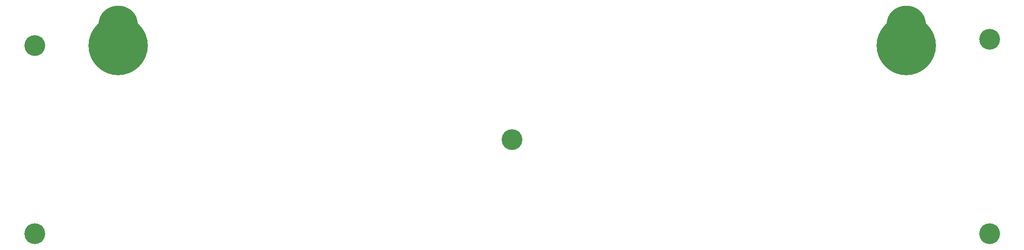
<source format=gtl>
G04 Layer: TopLayer*
G04 EasyEDA v6.5.42, 2024-05-12 21:08:59*
G04 f36f5017274649139e4d56ab36a3ba36,156c37ef0924441e834bf69462bb4c55,10*
G04 Gerber Generator version 0.2*
G04 Scale: 100 percent, Rotated: No, Reflected: No *
G04 Dimensions in millimeters *
G04 leading zeros omitted , absolute positions ,4 integer and 5 decimal *
%FSLAX45Y45*%
%MOMM*%

%ADD10C,8.0000*%
%ADD11C,12.0000*%
%ADD12C,4.2000*%

%LPD*%
D10*
G01*
X4145483Y8255990D03*
G01*
X20077963Y8255990D03*
D11*
G01*
X20077963Y7850987D03*
G01*
X4145483Y7850987D03*
D12*
G01*
X12106986Y5944996D03*
G01*
X21755455Y4041978D03*
G01*
X2463495Y4042486D03*
G01*
X21755455Y7974990D03*
G01*
X2463495Y7848980D03*
D11*
G01*
X4145483Y7850987D03*
D10*
G01*
X4145483Y8255990D03*
D12*
G01*
X2463495Y7848980D03*
M02*

</source>
